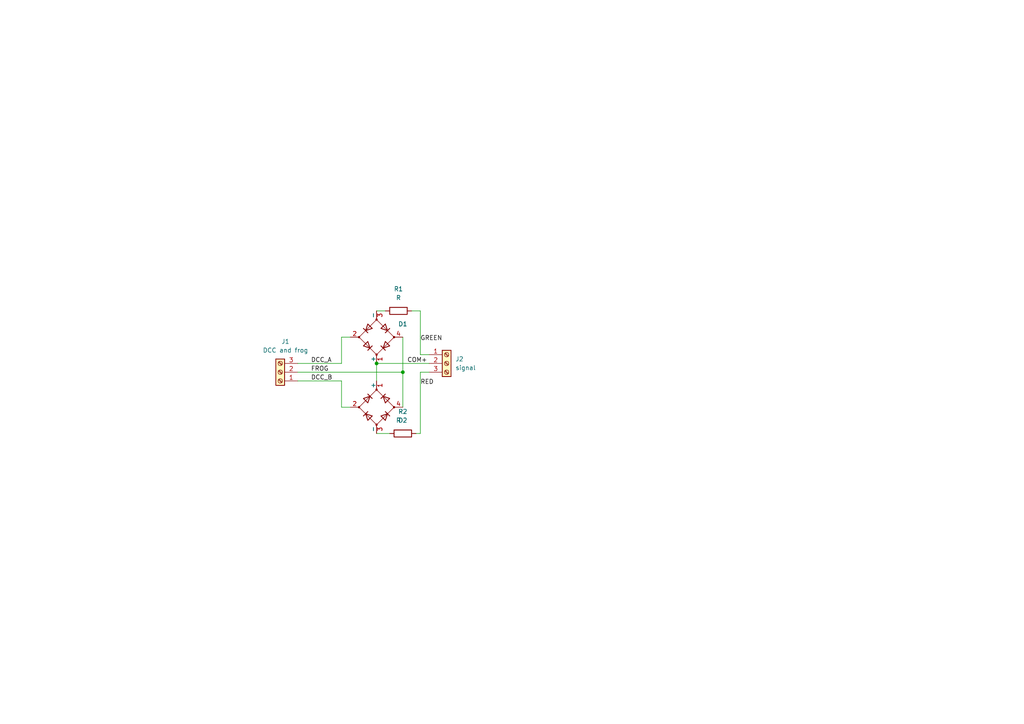
<source format=kicad_sch>
(kicad_sch (version 20231120) (generator "eeschema") (generator_version "8.0")
  (paper "A4")
  (lib_symbols
    (symbol "Connector:Screw_Terminal_01x03" (pin_names (offset 1.016) hide)
      (property "Reference" "J" (at 0 5.08 0))
      (property "Value" "Screw_Terminal_01x03" (at 0 -5.08 0))
      (symbol "Screw_Terminal_01x03_1_1"
        (rectangle (start -1.27 3.81) (end 1.27 -3.81) (stroke (width 0.254)) (fill (type background)))
        (circle (center 0 -2.54) (radius 0.635) (stroke (width 0.1524)))
        (polyline (pts (xy -0.5334 -2.2098) (xy 0.3302 -3.048)) (stroke (width 0.1524)))
        (polyline (pts (xy -0.5334 0.3302) (xy 0.3302 -0.508)) (stroke (width 0.1524)))
        (polyline (pts (xy -0.5334 2.8702) (xy 0.3302 2.032)) (stroke (width 0.1524)))
        (polyline (pts (xy -0.3556 -2.032) (xy 0.508 -2.8702)) (stroke (width 0.1524)))
        (polyline (pts (xy -0.3556 0.508) (xy 0.508 -0.3302)) (stroke (width 0.1524)))
        (polyline (pts (xy -0.3556 3.048) (xy 0.508 2.2098)) (stroke (width 0.1524)))
        (circle (center 0 0) (radius 0.635) (stroke (width 0.1524)))
        (circle (center 0 2.54) (radius 0.635) (stroke (width 0.1524)))
        (pin passive line (at -5.08 2.54 0) (length 3.81) (name "Pin_1") (number "1"))
        (pin passive line (at -5.08 0 0) (length 3.81) (name "Pin_2") (number "2"))
        (pin passive line (at -5.08 -2.54 0) (length 3.81) (name "Pin_3") (number "3"))
      )
    )
    (symbol "Device:D_Bridge_+A-A" (pin_names (offset 0))
      (property "Reference" "D" (at 2.54 6.985 0))
      (property "Value" "D_Bridge_+A-A" (at 2.54 5.08 0))
      (symbol "D_Bridge_+A-A_0_1"
        (circle (center -5.08 0) (radius 0.254) (fill (type outline)))
        (circle (center 0 -5.08) (radius 0.254) (fill (type outline)))
        (polyline (pts (xy -2.54 3.81) (xy -1.27 2.54)) (stroke (width 0.254)))
        (polyline (pts (xy -1.27 -2.54) (xy -2.54 -3.81)) (stroke (width 0.254)))
        (polyline (pts (xy 2.54 -1.27) (xy 3.81 -2.54)) (stroke (width 0.254)))
        (polyline (pts (xy 2.54 1.27) (xy 3.81 2.54)) (stroke (width 0.254)))
        (polyline (pts (xy -3.81 2.54) (xy -2.54 1.27) (xy -1.905 3.175) (xy -3.81 2.54)) (stroke (width 0.254)))
        (polyline (pts (xy -2.54 -1.27) (xy -3.81 -2.54) (xy -1.905 -3.175) (xy -2.54 -1.27)) (stroke (width 0.254)))
        (polyline (pts (xy 1.27 2.54) (xy 2.54 3.81) (xy 3.175 1.905) (xy 1.27 2.54)) (stroke (width 0.254)))
        (polyline (pts (xy 3.175 -1.905) (xy 1.27 -2.54) (xy 2.54 -3.81) (xy 3.175 -1.905)) (stroke (width 0.254)))
        (polyline (pts (xy -5.08 0) (xy 0 -5.08) (xy 5.08 0) (xy 0 5.08) (xy -5.08 0)))
        (circle (center 0 5.08) (radius 0.254) (fill (type outline)))
        (circle (center 5.08 0) (radius 0.254) (fill (type outline)))
      )
      (symbol "D_Bridge_+A-A_1_1"
        (pin passive line (at 7.62 0 180) (length 2.54) (name "+") (number "1"))
        (pin passive line (at 0 -7.62 90) (length 2.54) (name "~") (number "2"))
        (pin passive line (at -7.62 0 0) (length 2.54) (name "-") (number "3"))
        (pin passive line (at 0 7.62 270) (length 2.54) (name "~") (number "4"))
      )
    )
    (symbol "Device:R" (pin_numbers hide) (pin_names (offset 0))
      (property "Reference" "R" (at 2.032 0 90))
      (property "Value" "R" (at 0 0 90))
      (symbol "R_0_1"
        (rectangle (start -1.016 -2.54) (end 1.016 2.54) (stroke (width 0.254)))
      )
      (symbol "R_1_1"
        (pin passive line (at 0 3.81 270) (length 1.27) (name "~") (number "1"))
        (pin passive line (at 0 -3.81 90) (length 1.27) (name "~") (number "2"))
      )
    )
  )
  (junction (at 116.84 107.95))
  (junction (at 109.22 105.41))
  (wire (pts (xy 99.06 97.79) (xy 101.6 97.79)))
  (wire (pts (xy 99.06 118.11) (xy 101.6 118.11)))
  (wire (pts (xy 99.06 97.79) (xy 99.06 105.41)))
  (wire (pts (xy 99.06 110.49) (xy 86.36 110.49)))
  (wire (pts (xy 86.36 107.95) (xy 116.84 107.95)))
  (wire (pts (xy 121.92 125.73) (xy 120.65 125.73)))
  (wire (pts (xy 99.06 105.41) (xy 86.36 105.41)))
  (wire (pts (xy 109.22 105.41) (xy 124.46 105.41)))
  (wire (pts (xy 111.76 90.17) (xy 109.22 90.17)))
  (wire (pts (xy 121.92 107.95) (xy 124.46 107.95)))
  (wire (pts (xy 109.22 105.41) (xy 109.22 110.49)))
  (wire (pts (xy 116.84 107.95) (xy 116.84 118.11)))
  (wire (pts (xy 121.92 102.87) (xy 124.46 102.87)))
  (wire (pts (xy 99.06 118.11) (xy 99.06 110.49)))
  (wire (pts (xy 121.92 90.17) (xy 119.38 90.17)))
  (wire (pts (xy 113.03 125.73) (xy 109.22 125.73)))
  (wire (pts (xy 116.84 97.79) (xy 116.84 107.95)))
  (wire (pts (xy 121.92 90.17) (xy 121.92 102.87)))
  (wire (pts (xy 121.92 107.95) (xy 121.92 125.73)))
  (label "RED" (at 121.92 111.76 0))
  (label "COM+" (at 118.11 105.41 0))
  (label "DCC_A" (at 90.17 105.41 0))
  (label "DCC_B" (at 90.17 110.49 0))
  (label "GREEN" (at 121.92 99.06 0))
  (label "FROG" (at 90.17 107.95 0))
  (symbol (lib_id "Device:R") (at 115.57 90.17 90) (unit 1)
    (property "Reference" "R1" (at 115.57 83.82 90))
    (property "Value" "R" (at 115.57 86.36 90))
    (property "Footprint" "Resistor_THT:R_Axial_DIN0204_L3.6mm_D1.6mm_P7.62mm_Horizontal" (effects (hide yes)))
    (property "Description" "Resistor" (effects (hide yes)))
  )
  (symbol (lib_id "Device:R") (at 116.84 125.73 90) (unit 1)
    (property "Reference" "R2" (at 116.84 119.38 90))
    (property "Value" "R" (at 115.57 121.92 90))
    (property "Footprint" "Resistor_THT:R_Axial_DIN0204_L3.6mm_D1.6mm_P7.62mm_Horizontal" (effects (hide yes)))
    (property "Description" "Resistor" (effects (hide yes)))
  )
  (symbol (lib_id "Connector:Screw_Terminal_01x03") (at 129.54 105.41 0) (unit 1)
    (property "Reference" "J2" (at 132.08 104.1399 0) (effects (justify left)))
    (property "Value" "signal" (at 132.08 106.6799 0) (effects (justify left)))
    (property "Footprint" "TerminalBlock_Phoenix:TerminalBlock_Phoenix_MKDS-1,5-3-5.08_1x03_P5.08mm_Horizontal" (effects (hide yes)))
    (property "Description" "Generic screw terminal, single row, 01x03, script generated (kicad-library-utils/schlib/autogen/connector/)" (effects (hide yes)))
  )
  (symbol (lib_id "Device:D_Bridge_+A-A") (at 109.22 118.11 270) (mirror x) (unit 1)
    (property "Reference" "D2" (at 116.84 121.92 90))
    (property "Value" "D_Bridge_+A-A" (effects (hide yes)))
    (property "Footprint" "Diode_THT:Diode_Bridge_Round_D9.0mm" (effects (hide yes)))
    (property "Description" "Diode bridge, +ve/AC/-ve/AC" (effects (hide yes)))
  )
  (symbol (lib_id "Connector:Screw_Terminal_01x03") (at 81.28 107.95 180) (unit 1)
    (property "Reference" "J1" (at 82.804 99.06 0))
    (property "Value" "DCC and frog" (at 82.804 101.6 0))
    (property "Footprint" "TerminalBlock_Phoenix:TerminalBlock_Phoenix_MKDS-1,5-3-5.08_1x03_P5.08mm_Horizontal" (effects (hide yes)))
    (property "Description" "Generic screw terminal, single row, 01x03, script generated (kicad-library-utils/schlib/autogen/connector/)" (effects (hide yes)))
  )
  (symbol (lib_id "Device:D_Bridge_+A-A") (at 109.22 97.79 270) (unit 1)
    (property "Reference" "D1" (at 116.84 93.98 90))
    (property "Value" "D_Bridge_+A-A" (effects (hide yes)))
    (property "Footprint" "Diode_THT:Diode_Bridge_Round_D9.0mm" (effects (hide yes)))
    (property "Description" "Diode bridge, +ve/AC/-ve/AC" (effects (hide yes)))
  )
)
</source>
